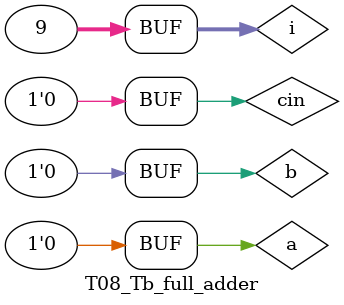
<source format=v>
module T08_Tb_full_adder;

    reg a, b, cin;
    wire cout, sum;
    integer i;

    T08_full_adder fullAdder (.a(a), .b(b), .cin(cin), .cout(cout), .sum(sum));

    initial begin

        a <= 0;
        b <= 0;

        $monitor("a :%0b b :%0b cin :%0b sum :%0b cout :%0b ", a, b, cin, sum, cout);

        for (i = 0; i <= 8; i = i + 1) begin
            {a, b, cin} = i;
            #10;
        end
    end    
endmodule
</source>
